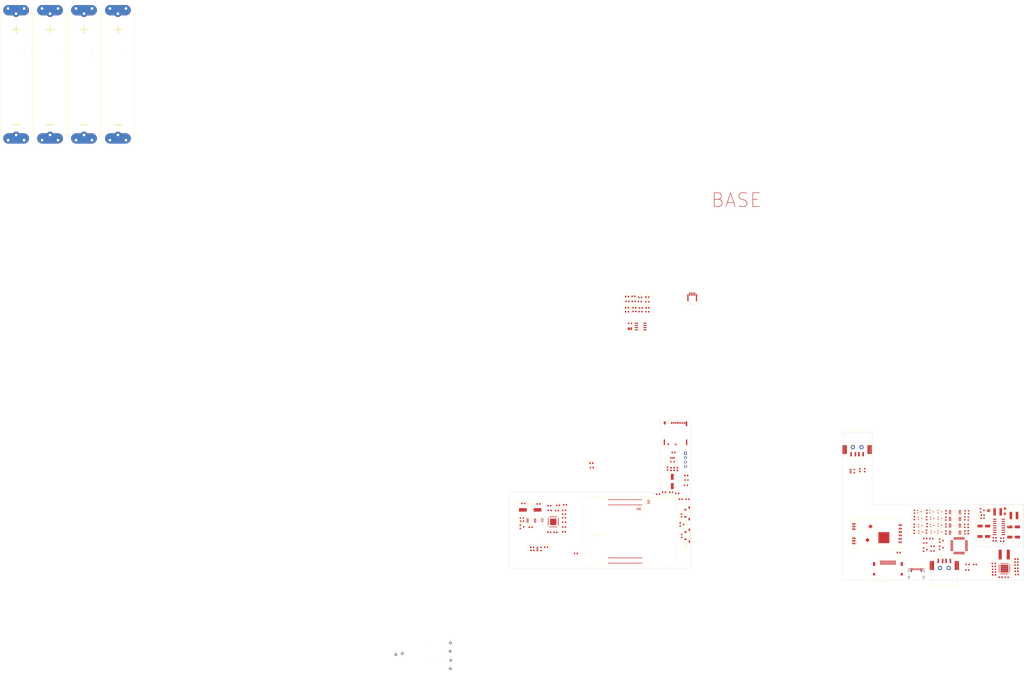
<source format=kicad_pcb>
(kicad_pcb (version 20210722) (generator pcbnew)
  (title_block (title "China layout single board") (date "2022-01-31") (rev "1.8"))
  (layers (0 "F.Cu" signal) (31 "B.Cu" signal) (34 "B.Paste" user) (35 "F.Paste" user) (36 "B.SilkS" user "B.Silkscreen") (37 "F.SilkS" user "F.Silkscreen") (38 "B.Mask" user) (39 "F.Mask" user) (44 "Edge.Cuts" user))
  (net 0 "")
  (net 1 "/Battery/BATT+")
  (net 2 "/Batteries/BT1-")
  (net 3 "/Batteries/BT2-")
  (net 4 "/Batteries/BT3-")
  (net 5 "/Batteries/BT4-")
  (net 6 "PWR_GND")
  (net 7 "Net-(C2-Pad1)")
  (net 8 "/Charger/IPS_OUT")
  (net 9 "GND")
  (net 10 "Net-(C5-Pad2)")
  (net 11 "Net-(C6-Pad2)")
  (net 12 "Net-(C7-Pad2)")
  (net 13 "Net-(C8-Pad2)")
  (net 14 "Net-(C9-Pad2)")
  (net 15 "Net-(C10-Pad1)")
  (net 16 "/Power/IPS_SW")
  (net 17 "Net-(C13-Pad1)")
  (net 18 "Net-(C14-Pad1)")
  (net 19 "Net-(C15-Pad1)")
  (net 20 "+5V")
  (net 21 "+3.3v")
  (net 22 "/CM4_GPIO/GPIO_IRQ")
  (net 23 "/CM4_GPIO/SD_PWR")
  (net 24 "/CM4_HighSpeed/HDMI_5v")
  (net 25 "Net-(C23-Pad1)")
  (net 26 "Net-(C24-Pad1)")
  (net 27 "/USB Hub/VBUS")
  (net 28 "/AC_IN")
  (net 29 "Net-(D1-Pad1)")
  (net 30 "/CM4_GPIO/EXT_ENA")
  (net 31 "Net-(D4-Pad2)")
  (net 32 "/CM4_GPIO/GPIO_PB1")
  (net 33 "/CM4_GPIO/PowerSwitch")
  (net 34 "/CM4_GPIO/SD_DAT1")
  (net 35 "/CM4_GPIO/SD_DAT0")
  (net 36 "/CM4_GPIO/SD_CLK")
  (net 37 "/CM4_GPIO/SD_CMD")
  (net 38 "/CM4_GPIO/SD_DAT3")
  (net 39 "/CM4_GPIO/SD_DAT2")
  (net 40 "/CM4_HighSpeed/HDMI0_HOTPLUG")
  (net 41 "/CM4_HighSpeed/HDMI0_SDA")
  (net 42 "/CM4_HighSpeed/HDMI0_SCL")
  (net 43 "/CM4_HighSpeed/HDMI0_CEC")
  (net 44 "/CM4_HighSpeed/HDMI0_CK_N")
  (net 45 "/CM4_HighSpeed/HDMI0_CK_P")
  (net 46 "/CM4_HighSpeed/HDMI0_D0_N")
  (net 47 "/CM4_HighSpeed/HDMI0_D0_P")
  (net 48 "/CM4_HighSpeed/HDMI0_D1_N")
  (net 49 "/CM4_HighSpeed/HDMI0_D1_P")
  (net 50 "/CM4_HighSpeed/HDMI0_D2_N")
  (net 51 "/CM4_HighSpeed/HDMI0_D2_P")
  (net 52 "/USB Hub/HD4_N")
  (net 53 "/USB Hub/HD4_P")
  (net 54 "/USB Hub/HD1_N")
  (net 55 "/USB Hub/HD1_P")
  (net 56 "/USB Hub/HD3_N")
  (net 57 "/USB Hub/HD3_P")
  (net 58 "/USB Hub/OTG_ID")
  (net 59 "/USB Hub/OTG_D+")
  (net 60 "/USB Hub/OTG_D-")
  (net 61 "Net-(JP1-Pad2)")
  (net 62 "Net-(L1-Pad2)")
  (net 63 "Net-(LED1-Pad1)")
  (net 64 "Net-(LED1-Pad2)")
  (net 65 "Net-(LED2-Pad2)")
  (net 66 "Net-(LED3-Pad2)")
  (net 67 "Net-(LED4-Pad2)")
  (net 68 "Net-(LED5-Pad2)")
  (net 69 "Net-(LED6-Pad2)")
  (net 70 "Net-(LED7-Pad2)")
  (net 71 "Net-(LED8-Pad2)")
  (net 72 "Net-(LED9-Pad1)")
  (net 73 "Net-(LED9-Pad2)")
  (net 74 "Net-(LED10-Pad2)")
  (net 75 "Net-(LED11-Pad1)")
  (net 76 "/CM4_GPIO/GPIO6")
  (net 77 "Net-(LED12-Pad2)")
  (net 78 "/CM4_GPIO/TRD3_P")
  (net 79 "/CM4_GPIO/TRD1_P")
  (net 80 "/CM4_GPIO/TRD3_N")
  (net 81 "/CM4_GPIO/TRD1_N")
  (net 82 "/CM4_GPIO/TRD2_N")
  (net 83 "/CM4_GPIO/TRD0_N")
  (net 84 "/CM4_GPIO/TRD2_P")
  (net 85 "/CM4_GPIO/TRD0_P")
  (net 86 "/CM4_GPIO/PI_nLED_Activity")
  (net 87 "/Battery/{slash}BT1_ENA")
  (net 88 "/Battery/BT1_PRES")
  (net 89 "/Battery/{slash}BT2_ENA")
  (net 90 "/Battery/BT2_PRES")
  (net 91 "/CM4_GPIO/GPIO_PB2")
  (net 92 "/CM4_GPIO/SD_PWR_ON")
  (net 93 "/Battery/{slash}BT3_ENA")
  (net 94 "/Battery/BT3_PRES")
  (net 95 "/CM4_GPIO/+1.8v")
  (net 96 "/USB Hub/nEXTRST")
  (net 97 "/CM4_HighSpeed/USBOTG_ID")
  (net 98 "/CM4_HighSpeed/USB2_N")
  (net 99 "/CM4_HighSpeed/USB2_P")
  (net 100 "Net-(Q1-Pad1)")
  (net 101 "Net-(Q2-Pad3)")
  (net 102 "Net-(Q3-Pad3)")
  (net 103 "Net-(Q6-Pad3)")
  (net 104 "Net-(Q7-Pad3)")
  (net 105 "Net-(Q10-Pad3)")
  (net 106 "Net-(Q11-Pad3)")
  (net 107 "Net-(Q14-Pad3)")
  (net 108 "Net-(Q15-Pad3)")
  (net 109 "Net-(Q18-Pad1)")
  (net 110 "/Battery/ADC2")
  (net 111 "Net-(R35-Pad1)")
  (net 112 "Net-(R36-Pad1)")
  (net 113 "Net-(R37-Pad2)")
  (net 114 "Net-(R52-Pad1)")
  (net 115 "Net-(R56-Pad1)")
  (net 116 "Net-(R57-Pad1)")
  (net 117 "Net-(R58-Pad1)")
  (net 118 "Net-(R59-Pad2)")
  (net 119 "Net-(R60-Pad1)")
  (net 120 "/Battery/{slash}BT4_ENA")
  (net 121 "/Battery/BT4_PRES")
  (net 122 "/Battery/MOSI")
  (net 123 "/Battery/MISO")
  (net 124 "/Battery/SCL")
  (net 125 "/Battery/I2C_SDA")
  (net 126 "/Battery/I2C_SCL")
  (net 127 "/Battery/{slash}RESET")
  (net 128 "/USB Hub/USBH_N")
  (net 129 "/USB Hub/USBH_P")
  (net 130 "/USB Hub/nOCS1")
  (net 131 "/USB Hub/PWR1")
  (net 132 "/USB Hub/HD2_N")
  (net 133 "/USB Hub/HD2_P")
  (footprint "Package_SO:SOIC-8_3.9x4.9mm_P1.27mm" (layer "F.Cu") (at 176.37 59.45)
    (fp_text reference "U5")
    (fp_text value "AT24CS01-SSHM")
  )
  (footprint "CustomComponents:USB_A_CUI_smd" (layer "F.Cu") (at 305.86 133.73 180)
    (fp_text reference "J5")
    (fp_text value "USB_A")
  )
  (footprint "Resistor_SMD:R_0603_1608Metric" (layer "F.Cu") (at 395.03 198.24 180)
    (fp_text reference "R36")
    (fp_text value "100")
  )
  (footprint "LED_SMD:LED_0603_1608Metric" (layer "F.Cu") (at 180.23 42.32)
    (fp_text reference "LED8")
    (fp_text value "Red")
  )
  (footprint "Resistor_SMD:R_0603_1608Metric" (layer "F.Cu") (at 186.49 157.02 180)
    (fp_text reference "R38")
    (fp_text value "1.8K")
  )
  (footprint "Capacitor_SMD:C_0603_1608Metric" (layer "F.Cu") (at 131.75 178.9)
    (fp_text reference "C37")
    (fp_text value "0.1uf")
  )
  (footprint "Resistor_SMD:R_0603_1608Metric" (layer "F.Cu") (at 112.39 176.26)
    (fp_text reference "R55")
    (fp_text value "2.2K")
  )
  (footprint "Capacitor_SMD:C_0603_1608Metric" (layer "F.Cu") (at 382.362 184.16)
    (fp_text reference "C13")
    (fp_text value "1.0uf")
  )
  (footprint "MountingHole:MountingHole_3.2mm_M3" (layer "F.Cu") (at 52.47 256.08)
    (fp_text reference "H2")
    (fp_text value "MountingHole")
  )
  (footprint "Capacitor_SMD:C_0603_1608Metric" (layer "F.Cu") (at 326.52 190.98)
    (fp_text reference "C40")
    (fp_text value "22uF")
  )
  (footprint "Resistor_SMD:R_0603_1608Metric" (layer "F.Cu") (at 131.75 170.71)
    (fp_text reference "R56")
    (fp_text value "36.0K")
  )
  (footprint "Resistor_SMD:R_0603_1608Metric" (layer "F.Cu") (at 176.31 50.77)
    (fp_text reference "R22")
    (fp_text value "510")
  )
  (footprint "Capacitor_SMD:CP_Elec_5x3" (layer "F.Cu") (at 393.378 176.046)
    (fp_text reference "C17")
    (fp_text value "150uf")
  )
  (footprint "LED_SMD:LED_0603_1608Metric" (layer "F.Cu") (at 168.41 48.45)
    (fp_text reference "LED1")
    (fp_text value "Blue")
  )
  (footprint "Resistor_SMD:R_0603_1608Metric" (layer "F.Cu") (at 346.25 187.32)
    (fp_text reference "R2")
    (fp_text value "2.2K")
  )
  (footprint "LED_SMD:LED_0603_1608Metric" (layer "F.Cu") (at 147.72 138.92)
    (fp_text reference "LED12")
    (fp_text value "Amber")
  )
  (footprint "Resistor_SMD:R_0603_1608Metric" (layer "F.Cu") (at 200.16 169.4 90)
    (fp_text reference "R46")
    (fp_text value "10K")
  )
  (footprint "Capacitor_SMD:C_0603_1608Metric" (layer "F.Cu") (at 395.09 200.17 180)
    (fp_text reference "C8")
    (fp_text value "1uF")
  )
  (footprint "Resistor_SMD:R_0603_1608Metric" (layer "F.Cu") (at 175.89 44.93)
    (fp_text reference "R26")
    (fp_text value "510")
  )
  (footprint "Package_TO_SOT_SMD:SOT-23-5" (layer "F.Cu") (at 299.6 143.59)
    (fp_text reference "U8")
    (fp_text value "RT9742ANGJ5F")
  )
  (footprint "MountingHole:MountingHole_3.2mm_M3" (layer "F.Cu") (at 52.47 248.13)
    (fp_text reference "H4")
    (fp_text value "MountingHole")
  )
  (footprint "Resistor_SMD:R_0603_1608Metric" (layer "F.Cu") (at 365.06 179.26 90)
    (fp_text reference "R32")
    (fp_text value "100K")
  )
  (footprint "Resistor_SMD:R_0603_1608Metric" (layer "F.Cu") (at 343.04 175.02 90)
    (fp_text reference "R21")
    (fp_text value "100K")
  )
  (footprint "Resistor_SMD:R_0603_1608Metric" (layer "F.Cu") (at 342.03 182.76)
    (fp_text reference "R3")
    (fp_text value "20K")
  )
  (footprint "Resistor_SMD:R_0603_1608Metric" (layer "F.Cu") (at 170.23 57.64)
    (fp_text reference "R42")
    (fp_text value "10K")
  )
  (footprint "Capacitor_SMD:C_0603_1608Metric" (layer "F.Cu") (at 382.055 202.36)
    (fp_text reference "C6")
    (fp_text value "4.7uF")
  )
  (footprint "CustomComponents:HFW4R" (layer "F.Cu") (at 206.38 41.0825)
    (fp_text reference "J4")
    (fp_text value "Conn_01x04")
  )
  (footprint "Package_TO_SOT_SMD:SOT-323_SC-70" (layer "F.Cu") (at 339.28 179.07)
    (fp_text reference "Q16")
    (fp_text value "3J15")
  )
  (footprint "Resistor_SMD:R_0603_1608Metric" (layer "F.Cu") (at 364.99 171.09 90)
    (fp_text reference "R17")
    (fp_text value "100K")
  )
  (footprint "Resistor_SMD:R_0603_1608Metric" (layer "F.Cu") (at 354.04 167.47 90)
    (fp_text reference "R11")
    (fp_text value "20K")
  )
  (footprint "Package_SO:MSOP-10_3x3mm_P0.5mm" (layer "F.Cu") (at 112.76 172.4)
    (fp_text reference "U11")
    (fp_text value "FSUSB42MUX")
  )
  (footprint "Capacitor_SMD:C_0603_1608Metric" (layer "F.Cu") (at 197.72 142.43 -90)
    (fp_text reference "C32")
    (fp_text value "10uF")
  )
  (footprint "Resistor_SMD:R_0603_1608Metric" (layer "F.Cu") (at 335.69 170.93 90)
    (fp_text reference "R13")
    (fp_text value "10K")
  )
  (footprint "Capacitor_SMD:C_0603_1608Metric" (layer "F.Cu") (at 132.36 163.2)
    (fp_text reference "C28")
    (fp_text value "0.1uf")
  )
  (footprint "Resistor_SMD:R_0603_1608Metric" (layer "F.Cu") (at 107.23 170.9)
    (fp_text reference "R54")
    (fp_text value "2.2K")
  )
  (footprint "CustomComponents:SW-TL3330A" (layer "F.Cu") (at 203.63 168.134 90)
    (fp_text reference "PB1")
    (fp_text value "SPST-PUSH")
  )
  (footprint "Capacitor_SMD:C_0603_1608Metric" (layer "F.Cu") (at 113.27 187.95 180)
    (fp_text reference "C22")
    (fp_text value "0.1uf")
  )
  (footprint "Capacitor_SMD:C_0603_1608Metric" (layer "F.Cu") (at 381.935 199.07 180)
    (fp_text reference "C2")
    (fp_text value "10uF")
  )
  (footprint "CustomComponents:Battery 18650-3" (layer "F.Cu") (at -127.79 -87.3)
    (fp_text reference "BT4")
    (fp_text value "Battery Connector" hide)
  )
  (footprint "Diode_SMD:D_SOT-23_ANK" (layer "F.Cu") (at 351.33 183.97)
    (fp_text reference "D2")
    (fp_text value "MMBD914")
  )
  (footprint "Capacitor_SMD:C_0603_1608Metric" (layer "F.Cu") (at 385.85 205.35 180)
    (fp_text reference "C3")
    (fp_text value "10uF")
  )
  (footprint "Capacitor_SMD:C_0603_1608Metric" (layer "F.Cu") (at 194.02 142.43 -90)
    (fp_text reference "C38")
    (fp_text value "10uF")
  )
  (footprint "Resistor_SMD:R_0603_1608Metric" (layer "F.Cu") (at 168.65 44.86)
    (fp_text reference "R12")
    (fp_text value "510")
  )
  (footprint "CustomComponents:U-DFN2020-6" (layer "F.Cu") (at 378.828 166.556)
    (fp_text reference "U3")
    (fp_text value "AP22814A")
  )
  (footprint "Resistor_SMD:R_0603_1608Metric" (layer "F.Cu") (at 123.46 166.48)
    (fp_text reference "R59")
    (fp_text value "12K")
  )
  (footprint "Resistor_SMD:R_0603_1608Metric" (layer "F.Cu") (at 366.97 179.19 -90)
    (fp_text reference "R30")
    (fp_text value "10K")
  )
  (footprint "Resistor_SMD:R_0603_1608Metric" (layer "F.Cu") (at 200.27 181.3 90)
    (fp_text reference "R47")
    (fp_text value "10K")
  )
  (footprint "Package_DFN_QFN:QFN-36-1EP_6x6mm_P0.5mm_EP3.7x3.7mm" (layer "F.Cu") (at 125.54 173.09)
    (fp_text reference "U13")
    (fp_text value "USB2514B-I/M2")
  )
  (footprint "Resistor_SMD:R_0603_1608Metric" (layer "F.Cu") (at 342.75 171.07 90)
    (fp_text reference "R14")
    (fp_text value "100K")
  )
  (footprint "Package_SO:TSSOP-8_4.4x3mm_P0.65mm" (layer "F.Cu") (at 359.29 171.43)
    (fp_text reference "Q9")
    (fp_text value "8205A")
  )
  (footprint "Capacitor_SMD:C_0603_1608Metric" (layer "F.Cu") (at 138.68 191.5)
    (fp_text reference "C39")
    (fp_text value "22uF")
  )
  (footprint "Resistor_SMD:R_0603_1608Metric" (layer "F.Cu") (at 366.97 175.49 -90)
    (fp_text reference "R23")
    (fp_text value "10K")
  )
  (footprint "Capacitor_SMD:C_0603_1608Metric" (layer "F.Cu") (at 394.99 196.57 180)
    (fp_text reference "C7")
    (fp_text value "4.7uF")
  )
  (footprint "Capacitor_SMD:CP_Elec_5x3" (layer "F.Cu") (at 376.068 175.566)
    (fp_text reference "C12")
    (fp_text value "150uf")
  )
  (footprint "Resistor_SMD:R_0603_1608Metric" (layer "F.Cu") (at 346.25 190.03 180)
    (fp_text reference "R1")
    (fp_text value "10K")
  )
  (footprint "LED_SMD:LED_0603_1608Metric" (layer "F.Cu") (at 180.3525 48.54)
    (fp_text reference "LED7")
    (fp_text value "Blue")
  )
  (footprint "Resistor_SMD:R_0603_1608Metric" (layer "F.Cu") (at 367.21 167.51 -90)
    (fp_text reference "R9")
    (fp_text value "10K")
  )
  (footprint "Capacitor_SMD:C_0603_1608Metric" (layer "F.Cu") (at 126.82 179.2)
    (fp_text reference "C33")
    (fp_text value "0.1uf")
  )
  (footprint "Package_TO_SOT_SMD:SOT-323_SC-70" (layer "F.Cu") (at 339.1 175.35)
    (fp_text reference "Q12")
    (fp_text value "3J15")
  )
  (footprint "TestPoint:TestPoint_THTPad_D1.5mm_Drill0.7mm" (layer "F.Cu") (at 65.66 258.57)
    (fp_text reference "TP4")
    (fp_text value "IPS")
  )
  (footprint "CM4IO:SDCARD_MOLEX_503398-1892" (layer "F.Cu") (at 196.66 121.1625)
    (fp_text reference "J1")
    (fp_text value "Micro_SD_Card")
  )
  (footprint "Package_TO_SOT_SMD:SOT-323_SC-70" (layer "F.Cu") (at 350.45 175.05)
    (fp_text reference "Q11")
    (fp_text value "3J15")
  )
  (footprint "Capacitor_SMD:CP_Elec_5x3" (layer "F.Cu") (at 376.068 181.626)
    (fp_text reference "C11")
    (fp_text value "150uf")
  )
  (footprint "Diode_SMD:D_SOT-23_ANK" (layer "F.Cu") (at 375.148 166.476)
    (fp_text reference "D3")
    (fp_text value "MMBD914")
  )
  (footprint "Capacitor_SMD:C_0603_1608Metric" (layer "F.Cu") (at 370.9 197.95)
    (fp_text reference "C19")
    (fp_text value "10uF")
  )
  (footprint "Resistor_SMD:R_0603_1608Metric" (layer "F.Cu") (at 353.98 175.24 90)
    (fp_text reference "R25")
    (fp_text value "20K")
  )
  (footprint "Resistor_SMD:R_0603_1608Metric" (layer "F.Cu") (at 375.328 170.942)
    (fp_text reference "R39")
    (fp_text value "220K")
  )
  (footprint "Resistor_SMD:R_0603_1608Metric" (layer "F.Cu") (at 335.73 167.2 90)
    (fp_text reference "R6")
    (fp_text value "10K")
  )
  (footprint "CustomComponents:INDUCTOR_SMD_6x6-1" (layer "F.Cu") (at 387.94 192.14 -90)
    (fp_text reference "L1")
    (fp_text value "4.7 uH")
  )
  (footprint "LED_SMD:LED_0603_1608Metric" (layer "F.Cu") (at 194.096 155.905)
    (fp_text reference "LED10")
    (fp_text value "Green")
  )
  (footprint "Resistor_SMD:R_0603_1608Metric" (layer "F.Cu") (at 353.93 171.25 90)
    (fp_text reference "R18")
    (fp_text value "20K")
  )
  (footprint "CustomComponents:USB_A_CUI_smd" (layer "F.Cu") (at 349.6 195.845)
    (fp_text reference "J3")
    (fp_text value "USB_A")
  )
  (footprint "Resistor_SMD:R_0603_1608Metric" (layer "F.Cu") (at 335.52 178.94 90)
    (fp_text reference "R27")
    (fp_text value "10K")
  )
  (footprint "MountingHole:MountingHole_3.2mm_M3" (layer "F.Cu") (at 60.42 248.13)
    (fp_text reference "H3")
    (fp_text value "MountingHole")
  )
  (footprint "CustomComponents:HC-R8812AU2" (layer "F.Cu") (at 313.92 180 90)
    (fp_text reference "U14")
    (fp_text value "HC-R8812AF1")
  )
  (footprint "CustomComponents:Battery 18650-3" (layer "F.Cu") (at -187.04 -87.3)
    (fp_text reference "BT3")
    (fp_text value "Battery Connector" hide)
  )
  (footprint "Package_TO_SOT_SMD:SOT-323_SC-70" (layer "F.Cu") (at 350.35 167.28)
    (fp_text reference "Q3")
    (fp_text value "3J15")
  )
  (footprint "Package_SO:TSSOP-8_4.4x3mm_P0.65mm" (layer "F.Cu") (at 359.28 179.38)
    (fp_text reference "Q17")
    (fp_text value "8205A")
  )
  (footprint "Resistor_SMD:R_0603_1608Metric" (layer "F.Cu") (at 172.31 44.86)
    (fp_text reference "R19")
    (fp_text value "510")
  )
  (footprint "LED_SMD:LED_0603_1608Metric" (layer "F.Cu") (at 176.53 48.64)
    (fp_text reference "LED5")
    (fp_text value "Blue")
  )
  (footprint "Resistor_SMD:R_0603_1608Metric" (layer "F.Cu") (at 381.975 200.75 180)
    (fp_text reference "R35")
    (fp_text value "10K")
  )
  (footprint "Package_QFP:TQFP-32_7x7mm_P0.8mm" (layer "F.Cu") (at 361.69 187)
    (fp_text reference "U1")
    (fp_text value "ATtiny88-AU")
  )
  (footprint "Resistor_SMD:R_0603_1608Metric" (layer "F.Cu") (at 168.41 50.86)
    (fp_text reference "R8")
    (fp_text value "510")
  )
  (footprint "Resistor_SMD:R_0603_1608Metric" (layer "F.Cu") (at 147.95 141.53)
    (fp_text reference "R48")
    (fp_text value "510")
  )
  (footprint "CustomComponents:HDMI_CnC_SMT" (layer "F.Cu") (at 320.264 198.16325)
    (fp_text reference "J2")
    (fp_text value "690-019-298-412")
  )
  (footprint "MountingHole:MountingHole_3.2mm_M3" (layer "F.Cu") (at 60.42 256.08)
    (fp_text reference "H1")
    (fp_text value "MountingHole")
  )
  (footprint "Inductor_SMD:L_Taiyo-Yuden_MD-5050" (layer "F.Cu") (at 384.122 167.288)
    (fp_text reference "L2")
    (fp_text value "1.0 uH")
  )
  (footprint "Resistor_SMD:R_0603_1608Metric" (layer "F.Cu") (at 306.8 143.07 90)
    (fp_text reference "R49")
    (fp_text value "12K")
  )
  (footprint "TestPoint:TestPoint_THTPad_D1.5mm_Drill0.7mm" (layer "F.Cu") (at 65.49 248.43)
    (fp_text reference "TP2")
    (fp_text value "Pwr_Gnd")
  )
  (footprint "Capacitor_SMD:C_0603_1608Metric" (layer "F.Cu") (at 382.015 204)
    (fp_text reference "C5")
    (fp_text value "4.7uF")
  )
  (footprint "LED_SMD:LED_0603_1608Metric" (layer "F.Cu") (at 189.975 155.905 180)
    (fp_text reference "LED9")
    (fp_text value "Red")
  )
  (footprint "CustomComponents:USON-10_2.5x1.0mm_P0.5mm" (layer "F.Cu") (at 119.13 172.11 180)
    (fp_text reference "U10")
    (fp_text value "TPD4EUSB30")
  )
  (footprint "Resistor_SMD:R_0603_1608Metric" (layer "F.Cu") (at 180.33 45.12)
    (fp_text reference "R31")
    (fp_text value "510")
  )
  (footprint "Resistor_SMD:R_0603_1608Metric" (layer "F.Cu") (at 203.08 148.75)
    (fp_text reference "R43")
    (fp_text value "2.2K")
  )
  (footprint "Capacitor_SMD:C_0603_1608Metric" (layer "F.Cu") (at 123.25 163.68)
    (fp_text reference "C27")
    (fp_text value "10uF")
  )
  (footprint "Resistor_SMD:R_0603_1608Metric" (layer "F.Cu") (at 203.63 159.97)
    (fp_text reference "R45")
    (fp_text value "1K")
  )
  (footprint "Package_SO:SOP-16_3.9x9.9mm_P1.27mm" (layer "F.Cu") (at 384.9 176.05)
    (fp_text reference "U4")
    (fp_text value "MAX1709ESE")
  )
  (footprint "Resistor_SMD:R_0603_1608Metric" (layer "F.Cu") (at 131.75 168.61)
    (fp_text reference "R60")
    (fp_text value "36.0K")
  )
  (footprint "Resistor_SMD:R_0603_1608Metric" (layer "F.Cu") (at 342.02 185.38)
    (fp_text reference "R4")
    (fp_text value "20K")
  )
  (footprint "Diode_SMD:D_SOT-23_ANK" (layer "F.Cu") (at 200.38 174.63)
    (fp_text reference "D5")
    (fp_text value "MMBD914")
  )
  (footprint "Capacitor_SMD:CP_Elec_5x3" (layer "F.Cu") (at 393.378 181.986)
    (fp_text reference "C16")
    (fp_text value "150uf")
  )
  (footprint "Package_TO_SOT_SMD:SOT-23-5" (layer "F.Cu") (at 194.86 136.98 -90)
    (fp_text reference "U12")
    (fp_text value "RT9742ANGJ5F")
  )
  (footprint "Resistor_SMD:R_0603_1608Metric" (layer "F.Cu") (at 107.35 172.73)
    (fp_text reference "R53")
    (fp_text value "51K")
  )
  (footprint "Diode_SMD:D_SOT-23_ANK" (layer "F.Cu") (at 351.3 188.15)
    (fp_text reference "D1")
    (fp_text value "MMBD914")
  )
  (footprint "Resistor_SMD:R_0603_1608Metric" (layer "F.Cu") (at 364.93 175.47 90)
    (fp_text reference "R24")
    (fp_text value "100K")
  )
  (footprint "TestPoint:TestPoint_THTPad_D1.5mm_Drill0.7mm" (layer "F.Cu") (at 65.83 253.67)
    (fp_text reference "TP3")
    (fp_text value "Bat+")
  )
  (footprint "Resistor_SMD:R_0603_1608Metric" (layer "F.Cu") (at 389.37 205.39)
    (fp_text reference "R37")
    (fp_text value "200K")
  )
  (footprint "Package_TO_SOT_SMD:SOT-323_SC-70" (layer "F.Cu") (at 346.01 175.21)
    (fp_text reference "Q10")
    (fp_text value "3J15")
  )
  (footprint "CustomComponents:UQFN-48-1EP_6x6mm_Pitch0.4mm_75" (layer "F.Cu") (at 388.052 200.338)
    (fp_text reference "U2")
    (fp_text value "AXP209")
  )
  (footprint "Package_TO_SOT_SMD:SOT-323_SC-70" (layer "F.Cu") (at 346.08 171.11)
    (fp_text reference "Q6")
    (fp_text value "3J15")
  )
  (footprint "Package_TO_SOT_SMD:SOT-323_SC-70" (layer "F.Cu") (at 338.56 167.17)
    (fp_text reference "Q4")
    (fp_text value "3J15")
  )
  (footprint "Capacitor_SMD:C_0603_1608Metric" (layer "F.Cu") (at 123.2 179.14)
    (fp_text reference "C31")
    (fp_text value "0.1uf")
  )
  (footprint "CustomComponents:SW-TL3330A" (layer "F.Cu") (at 203.73 181.154 90)
    (fp_text reference "PB2")
    (fp_text value "SPST-PUSH")
  )
  (footprint "LED_SMD:LED_0603_1608Metric" (layer "F.Cu") (at 172.22 41.87)
    (fp_text reference "LED4")
    (fp_text value "Red")
  )
  (footprint "Package_TO_SOT_SMD:SOT-23" (layer "F.Cu") (at 107.35 176.02)
    (fp_text reference "Q18")
    (fp_text value "2N7002")
  )
  (footprint "TestPoint:TestPoint_THTPad_D1.5mm_Drill0.7mm" (layer "F.Cu") (at 33.94 250.34)
    (fp_text reference "TP5")
    (fp_text value "IPS_Sw")
  )
  (footprint "Inductor_SMD:L_Taiyo-Yuden_NR-50xx" (layer "F.Cu") (at 393.594 169.418)
    (fp_text reference "L3")
    (fp_text value "1.5 uH")
  )
  (footprint "Package_TO_SOT_SMD:SOT-323_SC-70" (layer "F.Cu") (at 350.52 171.09)
    (fp_text reference "Q7")
    (fp_text value "3J15")
  )
  (footprint "CustomComponents:USB-C-GCT" (layer "F.Cu") (at 336.81 201.2575)
    (fp_text reference "J6")
    (fp_text value "USB-C")
  )
  (footprint "Capacitor_SMD:C_0603_1608Metric" (layer "F.Cu") (at 395.14 201.92 180)
    (fp_text reference "C9")
    (fp_text value "1uF")
  )
  (footprint "Jumper:SolderJumper-2_P1.3mm_Open_TrianglePad1.0x1.5mm" (layer "F.Cu") (at 170.115 60.72)
    (fp_text reference "JP1")
    (fp_text value "SolderJumper_2_Open")
  )
  (footprint "Resistor_SMD:R_0603_1608Metric" (layer "F.Cu") (at 342.66 178.78 90)
    (fp_text reference "R28")
    (fp_text value "100K")
  )
  (footprint "Capacitor_SMD:C_0603_1608Metric" (layer "F.Cu") (at 128.24 163.48)
    (fp_text reference "C29")
    (fp_text value "0.1uf")
  )
  (footprint "Package_TO_SOT_SMD:SOT-323_SC-70" (layer "F.Cu") (at 345.67 167.27)
    (fp_text reference "Q2")
    (fp_text value "3J15")
  )
  (footprint "CustomComponents:Battery 18650-3" (layer "F.Cu") (at -147.54 -87.3)
    (fp_text reference "BT2")
    (fp_text value "Battery Connector" hide)
  )
  (footprint "LED_SMD:LED_0603_1608Metric" (layer "F.Cu") (at 199.79 159.97)
    (fp_text reference "LED11")
    (fp_text value "LED Green")
  )
  (footprint "Resistor_SMD:R_0603_1608Metric" (layer "F.Cu") (at 353.95 179.28 90)
    (fp_text reference "R33")
    (fp_text value "20K")
  )
  (footprint "Resistor_SMD:R_0603_1608Metric" (layer "F.Cu") (at 366.63 197.9)
    (fp_text reference "R50")
    (fp_text value "51K")
  )
  (footprint "Capacitor_SMD:C_0603_1608Metric" (layer "F.Cu") (at 303.89 143.065 -90)
    (fp_text reference "C20")
    (fp_text value "10uF")
  )
  (footprint "Capacitor_SMD:C_0603_1608Metric" (layer "F.Cu") (at 195.545 132.76 180)
    (fp_text reference "C25")
    (fp_text value "10uF")
  )
  (footprint "LED_SMD:LED_0603_1608Metric" (layer "F.Cu") (at 172.75 48.55)
    (fp_text reference "LED3")
    (fp_text value "Blue")
  )
  (footprint "CustomComponents:USON-10_2.5x1.0mm_P0.5mm" (layer "F.Cu") (at 181.02 161.5)
    (fp_text reference "U6")
    (fp_text value "TPD4EUSB30")
  )
  (footprint "TestPoint:TestPoint_THTPad_D1.5mm_Drill0.7mm" (layer "F.Cu") (at 65.66 243.53)
    (fp_text reference "TP1")
    (fp_text value "AC_IN")
  )
  (footprint "Capacitor_SMD:C_0603_1608Metric" (layer "F.Cu") (at 395.09 194.76)
    (fp_text reference "C1")
    (fp_text value "10uF")
  )
  (footprint "Capacitor_SMD:C_0603_1608Metric" (layer "F.Cu") (at 202.87 146.13)
    (fp_text reference "C18")
    (fp_text value "1uF")
  )
  (footprint "Resistor_SMD:R_0603_1608Metric" (layer "F.Cu") (at 335.53 175.325 90)
    (fp_text reference "R20")
    (fp_text value "10K")
  )
  (footprint "Package_TO_SOT_SMD:SOT-23" (layer "F.Cu") (at 341.97 189.3)
    (fp_text reference "Q1")
    (fp_text value "NX6008")
  )
  (footprint "Package_SO:TSSOP-8_4.4x3mm_P0.65mm" (layer "F.Cu") (at 359.27 167.47)
    (fp_text reference "Q5")
    (fp_text value "8205A")
  )
  (footprint "Capacitor_SMD:C_0603_1608Metric" (layer "F.Cu") (at 131.835 176.09)
    (fp_text reference "C35")
    (fp_text value "0.1uf")
  )
  (footprint "Capacitor_SMD:C_0603_1608Metric" (layer "F.Cu") (at 192.03 142.185 -90)
    (fp_text reference "C36")
    (fp_text value "10uF")
  )
  (footprint "Capacitor_SMD:C_0603_1608Metric" (layer "F.Cu") (at 195.87 142.315 -90)
    (fp_text reference "C34")
    (fp_text value "10uF")
  )
  (footprint "Capacitor_SMD:CP_Elec_6.3x4.5" (layer "F.Cu") (at 194.78 149.615 -90)
    (fp_text reference "C30")
    (fp_text value "100uF")
  )
  (footprint "Package_TO_SOT_SMD:SOT-323_SC-70" (layer "F.Cu") (at 350.45 178.93)
    (fp_text reference "Q15")
    (fp_text value "3J15")
  )
  (footprint "Package_TO_SOT_SMD:SOT-23-5" (layer "F.Cu") (at 117.37 188.92)
    (fp_text reference "U9")
    (fp_text value "RT9742ANGJ5F")
  )
  (footprint "Capacitor_SMD:C_0603_1608Metric" (layer "F.Cu") (at 113.32 189.72)
    (fp_text reference "C21")
    (fp_text value "0.1uf")
  )
  (footprint "Resistor_SMD:R_0603_1608Metric" (layer "F.Cu") (at 366.45 201.14)
    (fp_text reference "R51")
    (fp_text value "1K")
  )
  (footprint "Resistor_SMD:R_0603_1608Metric" (layer "F.Cu") (at 121.38 187.81)
    (fp_text reference "R52")
    (fp_text value "12K")
  )
  (footprint "Capacitor_SMD:C_0603_1608Metric" (layer "F.Cu") (at 382.362 182.382)
    (fp_text reference "C14")
    (fp_text value "0.22uf")
  )
  (footprint "Capacitor_SMD:C_0603_1608Metric" (layer "F.Cu") (at 127.67 166.57)
    (fp_text reference "C26")
    (fp_text value "10uF")
  )
  (footprint "CustomComponents:Battery 18650-3" (layer "F.Cu") (at -167.29 -87.3)
    (fp_text reference "BT1")
    (fp_text value "Battery Connector" hide)
  )
  (footprint "Resistor_SMD:R_0603_1608Metric" (layer "F.Cu") (at 172.75 50.67)
    (fp_text reference "R15")
    (fp_text value "510")
  )
  (footprint "Resistor_SMD:R_0603_1608Metric" (layer "F.Cu") (at 345.56 182.84)
    (fp_text reference "R5")
    (fp_text value "100K")
  )
  (footprint "CustomComponents:USON-10_2.5x1.0mm_P0.5mm" (layer "F.Cu") (at 175.28 165.585 -90)
    (fp_text reference "U7")
    (fp_text value "TPD4EUSB30")
  )
  (footprint "Crystal:Crystal_SMD_HC49-SD" (layer "F.Cu") (at 112.11 166.15)
    (fp_text reference "Y1")
    (fp_text value "24MHz")
  )
  (footprint "CustomComponents:SOD-123FL" (layer "F.Cu") (at 388.282 166.878 90)
    (fp_text reference "D4")
    (fp_text value "NRVTS260ESFT1G")
  )
  (footprint "Connector_PinHeader_2.54mm:PinHeader_1x04_P2.54mm_Vertical" (layer "F.Cu") (at 202.42 133.23)
    (fp_text reference "P1")
    (fp_text value "Conn_01x04")
  )
  (footprint "Resistor_SMD:R_0603_1608Metric" (layer "F.Cu") (at 342.93 167.21 90)
    (fp_text reference "R7")
    (fp_text value "36K")
  )
  (footprint "Resistor_SMD:R_0603_1608Metric" (layer "F.Cu") (at 365.15 167.495 90)
    (fp_text reference "R10")
    (fp_text value "100K")
  )
  (footprint "Resistor_SMD:R_0603_1608Metric" (layer "F.Cu") (at 386.758 184.404 180)
    (fp_text reference "R40")
    (fp_text value "2.0")
  )
  (footprint "Resistor_SMD:R_0603_1608Metric" (layer "F.Cu") (at 202.75 151.85)
    (fp_text reference "R44")
    (fp_text value "2.2K")
  )
  (footprint "Resistor_SMD:R_0603_1608Metric" (layer "F.Cu") (at 367.03 171.25 -90)
    (fp_text reference "R16")
    (fp_text value "10K")
  )
  (footprint "Capacitor_SMD:C_0603_1608Metric" (layer "F.Cu") (at 108.01 162.39)
    (fp_text reference "C23")
    (fp_text value "9pF")
  )
  (footprint "Resistor_SMD:R_0603_1608Metric" (layer "F.Cu") (at 131.8 173.29)
    (fp_text reference "R57")
    (fp_text value "36.0K")
  )
  (footprint "Resistor_SMD:R_0603_1608Metric" (layer "F.Cu") (at 197.64 156.52 180)
    (fp_text reference "R41")
    (fp_text value "1K")
  )
  (footprint "Capacitor_SMD:C_0603_1608Metric" (layer "F.Cu") (at 375.408 169.166)
    (fp_text reference "C10")
    (fp_text value "22uF")
  )
  (footprint "Capacitor_SMD:C_0603_1608Metric" (layer "F.Cu") (at 116.97 162.7)
    (fp_text reference "C24")
    (fp_text value "9pF")
  )
  (footprint "Package_SO:TSSOP-8_4.4x3mm_P0.65mm" (layer "F.Cu") (at 359.28 175.27)
    (fp_text reference "Q13")
    (fp_text value "8205A")
  )
  (footprint "CM4IO:Raspberry-Pi-4-Compute-Module" (layer "F.Cu") (at 145.813 162.16 -90)
    (fp_text reference "Module1")
    (fp_text value "ComputeModule4")
  )
  (footprint "Resistor_SMD:R_0603_1608Metric" (layer "F.Cu") (at 180.27 50.86)
    (fp_text reference "R29")
    (fp_text value "510")
  )
  (footprint "LED_SMD:LED_0603_1608Metric" (layer "F.Cu") (at 176.0725 42.52)
    (fp_text reference "LED6")
    (fp_text value "Red")
  )
  (footprint "Resistor_SMD:R_0603_1608Metric" (layer "F.Cu") (at 131.8 166.4)
    (fp_text reference "R58")
    (fp_text value "36.0K")
  )
  (footprint "Package_TO_SOT_SMD:SOT-323_SC-70" (layer "F.Cu") (at 338.96 171.12)
    (fp_text reference "Q8")
    (fp_text value "3J15")
  )
  (footprint "TestPoint:TestPoint_THTPad_D1.5mm_Drill0.7mm" (layer "F.Cu") (at 37.7 249.74)
    (fp_text reference "TP6")
    (fp_text value "5V")
  )
  (footprint "Resistor_SMD:R_0603_1608Metric" (layer "F.Cu") (at 381.845 197.33 180)
    (fp_text reference "R34")
    (fp_text value "0.03 ohm")
  )
  (footprint "Capacitor_SMD:C_0603_1608Metric" (layer "F.Cu") (at 386.758 182.626)
    (fp_text reference "C15")
    (fp_text value "0.1uf")
  )
  (footprint "Capacitor_SMD:C_0603_1608Metric" (layer "F.Cu") (at 395.32 203.77 180)
    (fp_text reference "C4")
    (fp_text value "10uF")
  )
  (footprint "LED_SMD:LED_0603_1608Metric" (layer "F.Cu") (at 168.45 42.06)
    (fp_text reference "LED2")
    (fp_text value "Red")
  )
  (footprint "Package_TO_SOT_SMD:SOT-323_SC-70" (layer "F.Cu") (at 346.38 179.03)
    (fp_text reference "Q14")
    (fp_text value "3J15")
  )
  (gr_line (start 399.27 162.89) (end 311.32 162.89) (layer "Edge.Cuts") (width 0.1))
  (gr_line (start 293.67 207.07) (end 293.67 120.99) (layer "Edge.Cuts") (width 0.1))
  (gr_line (start 311.32 120.99) (end 293.67 120.99) (layer "Edge.Cuts") (width 0.1))
  (gr_line (start 293.67 207.07) (end 399.27 207.07) (layer "Edge.Cuts") (width 0.1))
  (gr_line (start 205.565098 200) (end 99.965098 200) (layer "Edge.Cuts") (width 0.1))
  (gr_line (start 99.965098 155.82) (end 99.965098 200) (layer "Edge.Cuts") (width 0.1))
  (gr_rect (start 398.95 187.706) (end 371.772 163.322) (layer "Edge.Cuts") (width 0.1) (fill none))
  (gr_line (start 187.915098 155.82) (end 187.915098 113.92) (layer "Edge.Cuts") (width 0.1))
  (gr_line (start 99.965098 155.82) (end 187.915098 155.82) (layer "Edge.Cuts") (width 0.1))
  (gr_line (start 311.32 162.89) (end 311.32 120.99) (layer "Edge.Cuts") (width 0.1))
  (gr_line (start 399.27 162.89) (end 399.27 207.07) (layer "Edge.Cuts") (width 0.1))
  (gr_line (start 205.565098 200) (end 205.565098 113.92) (layer "Edge.Cuts") (width 0.1))
  (gr_line (start 187.915098 113.92) (end 205.565098 113.92) (layer "Edge.Cuts") (width 0.1))
  (gr_text "BASE" (at 232.11 -14.07) (layer "F.Cu") (effects (font (size 8 8) (thickness 0.3))))
)
</source>
